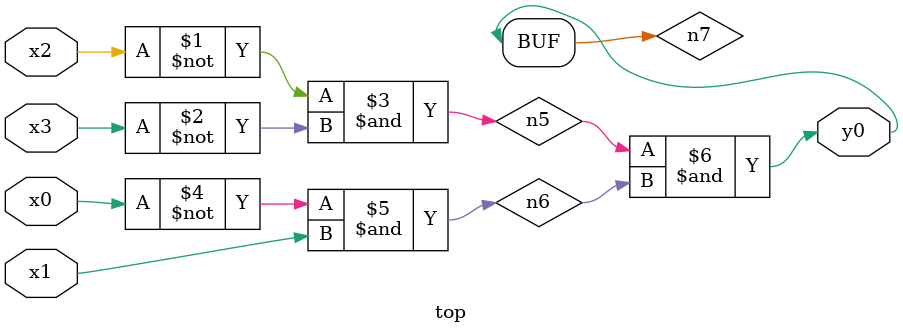
<source format=v>
module top( x0 , x1 , x2 , x3 , y0 );
  input x0 , x1 , x2 , x3 ;
  output y0 ;
  wire n5 , n6 , n7 ;
  assign n5 = ~x2 & ~x3 ;
  assign n6 = ~x0 & x1 ;
  assign n7 = n5 & n6 ;
  assign y0 = n7 ;
endmodule

</source>
